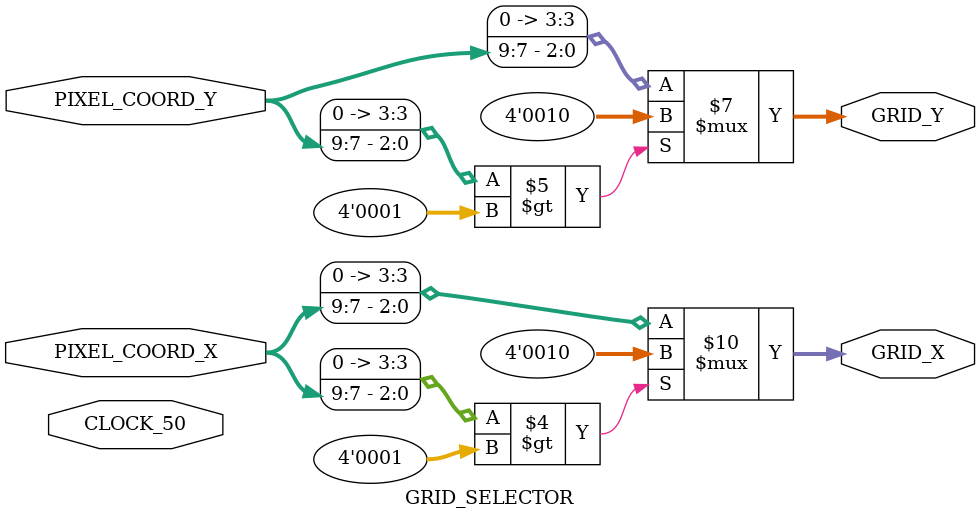
<source format=v>

module GRID_SELECTOR(
CLOCK_50,
PIXEL_COORD_X,
PIXEL_COORD_Y,
GRID_X,
GRID_Y);


input CLOCK_50;
input wire [9:0] PIXEL_COORD_X;
input wire [9:0] PIXEL_COORD_Y;
output reg [3:0] GRID_X;
output reg [3:0] GRID_Y;




always @ (*) begin
	GRID_X = PIXEL_COORD_X >>>7;
	GRID_Y = PIXEL_COORD_Y >>>7;
	if (GRID_X>4'd1) begin
		GRID_X = 4'd2;
	end
	if (GRID_Y>4'd1) begin
		GRID_Y = 4'd2;
	end
end

	
endmodule



</source>
